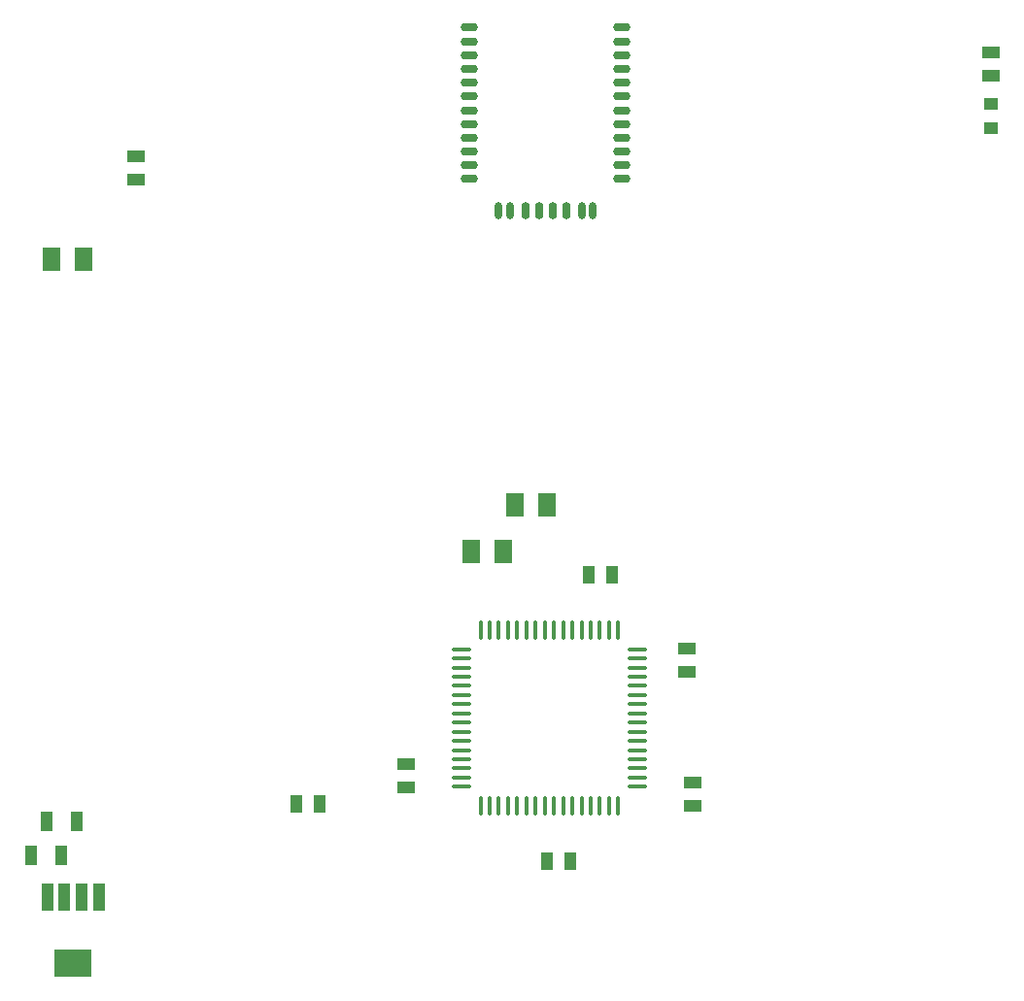
<source format=gtp>
G04 Layer_Color=8421504*
%FSLAX25Y25*%
%MOIN*%
G70*
G01*
G75*
%ADD10O,0.06890X0.01378*%
%ADD11O,0.01378X0.06890*%
%ADD12R,0.06000X0.08000*%
%ADD13R,0.06000X0.04000*%
%ADD14R,0.04000X0.06000*%
%ADD15O,0.05906X0.02953*%
%ADD16O,0.02559X0.05906*%
%ADD17O,0.02953X0.05906*%
%ADD18R,0.04724X0.04331*%
%ADD19R,0.04331X0.06693*%
%ADD20R,0.03937X0.09449*%
%ADD21R,0.12598X0.09449*%
D10*
X166732Y165354D02*
D03*
Y162205D02*
D03*
Y159055D02*
D03*
Y155905D02*
D03*
Y152756D02*
D03*
Y149606D02*
D03*
Y146457D02*
D03*
Y143307D02*
D03*
Y140157D02*
D03*
Y137008D02*
D03*
Y133858D02*
D03*
Y130709D02*
D03*
Y127559D02*
D03*
Y124409D02*
D03*
Y121260D02*
D03*
Y118110D02*
D03*
X226969D02*
D03*
Y121260D02*
D03*
Y124409D02*
D03*
Y127559D02*
D03*
Y130709D02*
D03*
Y133858D02*
D03*
Y137008D02*
D03*
Y140157D02*
D03*
Y143307D02*
D03*
Y146457D02*
D03*
Y149606D02*
D03*
Y152756D02*
D03*
Y155905D02*
D03*
Y159055D02*
D03*
Y162205D02*
D03*
Y165354D02*
D03*
D11*
X173228Y111614D02*
D03*
X176378D02*
D03*
X179528D02*
D03*
X182677D02*
D03*
X185827D02*
D03*
X188976D02*
D03*
X192126D02*
D03*
X195276D02*
D03*
X198425D02*
D03*
X201575D02*
D03*
X204724D02*
D03*
X207874D02*
D03*
X211024D02*
D03*
X214173D02*
D03*
X217323D02*
D03*
X220472D02*
D03*
Y171850D02*
D03*
X217323D02*
D03*
X214173D02*
D03*
X211024D02*
D03*
X207874D02*
D03*
X204724D02*
D03*
X201575D02*
D03*
X198425D02*
D03*
X195276D02*
D03*
X192126D02*
D03*
X188976D02*
D03*
X185827D02*
D03*
X182677D02*
D03*
X179528D02*
D03*
X176378D02*
D03*
X173228D02*
D03*
D12*
X195972Y214866D02*
D03*
X184972D02*
D03*
X181102Y198819D02*
D03*
X170102D02*
D03*
X25996Y299213D02*
D03*
X36996D02*
D03*
D13*
X244094Y165480D02*
D03*
Y157480D02*
D03*
X246063Y119614D02*
D03*
Y111614D02*
D03*
X348425Y362142D02*
D03*
Y370142D02*
D03*
X147638Y117984D02*
D03*
Y125984D02*
D03*
X55118Y326709D02*
D03*
Y334709D02*
D03*
D14*
X118173Y112205D02*
D03*
X110173D02*
D03*
X204142Y92583D02*
D03*
X196142D02*
D03*
X210504Y190945D02*
D03*
X218504D02*
D03*
D15*
X169291Y378740D02*
D03*
Y374016D02*
D03*
Y369291D02*
D03*
Y364567D02*
D03*
Y359842D02*
D03*
Y355118D02*
D03*
Y350394D02*
D03*
Y345669D02*
D03*
Y340945D02*
D03*
Y336221D02*
D03*
Y331496D02*
D03*
Y326772D02*
D03*
X221654D02*
D03*
Y331496D02*
D03*
Y336221D02*
D03*
Y340945D02*
D03*
Y345669D02*
D03*
Y350394D02*
D03*
Y355118D02*
D03*
Y359842D02*
D03*
Y364567D02*
D03*
Y369291D02*
D03*
Y374016D02*
D03*
Y378740D02*
D03*
D16*
X207874Y315748D02*
D03*
X183465D02*
D03*
X211811D02*
D03*
X179528D02*
D03*
D17*
X202756D02*
D03*
X193307D02*
D03*
X198031D02*
D03*
X188583D02*
D03*
D18*
X348425Y344291D02*
D03*
Y352559D02*
D03*
D19*
X24213Y106299D02*
D03*
X34843D02*
D03*
X18898Y94488D02*
D03*
X29528D02*
D03*
D20*
X42323Y80315D02*
D03*
X36417D02*
D03*
X30512D02*
D03*
X24606D02*
D03*
D21*
X33465Y57480D02*
D03*
M02*

</source>
